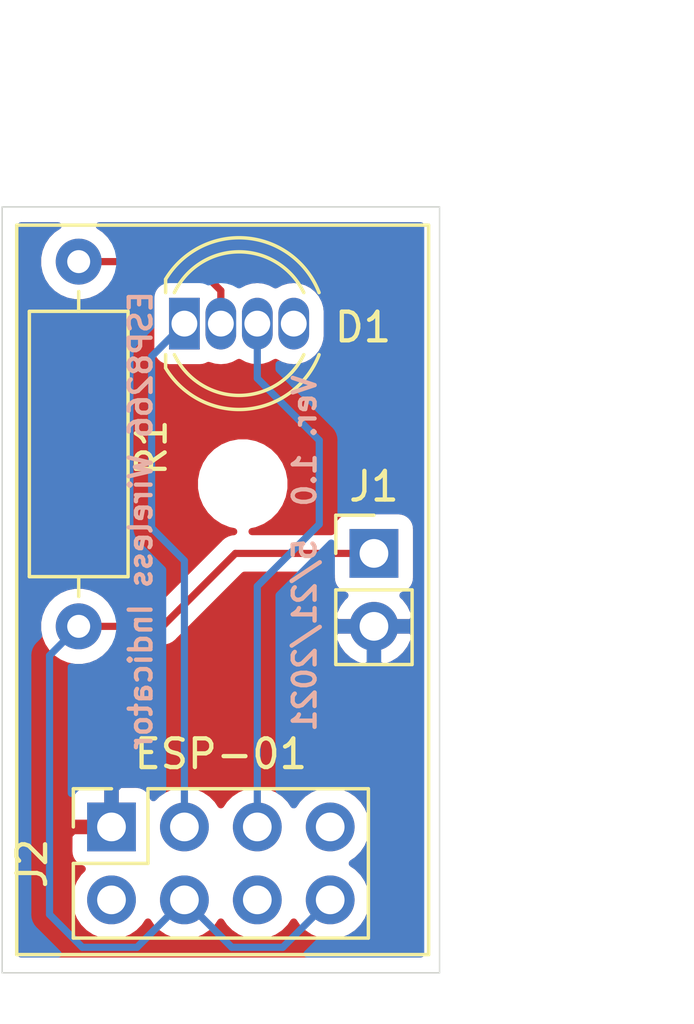
<source format=kicad_pcb>
(kicad_pcb (version 20171130) (host pcbnew "(5.1.6)-1")

  (general
    (thickness 1.6)
    (drawings 13)
    (tracks 26)
    (zones 0)
    (modules 5)
    (nets 10)
  )

  (page A4)
  (layers
    (0 F.Cu signal)
    (31 B.Cu signal)
    (32 B.Adhes user)
    (33 F.Adhes user)
    (34 B.Paste user)
    (35 F.Paste user)
    (36 B.SilkS user)
    (37 F.SilkS user)
    (38 B.Mask user)
    (39 F.Mask user)
    (40 Dwgs.User user)
    (41 Cmts.User user)
    (42 Eco1.User user)
    (43 Eco2.User user)
    (44 Edge.Cuts user)
    (45 Margin user)
    (46 B.CrtYd user)
    (47 F.CrtYd user)
    (48 B.Fab user)
    (49 F.Fab user)
  )

  (setup
    (last_trace_width 0.25)
    (trace_clearance 0.2)
    (zone_clearance 0.508)
    (zone_45_only no)
    (trace_min 0.2)
    (via_size 0.8)
    (via_drill 0.4)
    (via_min_size 0.4)
    (via_min_drill 0.3)
    (uvia_size 0.3)
    (uvia_drill 0.1)
    (uvias_allowed no)
    (uvia_min_size 0.2)
    (uvia_min_drill 0.1)
    (edge_width 0.05)
    (segment_width 0.2)
    (pcb_text_width 0.3)
    (pcb_text_size 1.5 1.5)
    (mod_edge_width 0.12)
    (mod_text_size 1 1)
    (mod_text_width 0.15)
    (pad_size 1.524 1.524)
    (pad_drill 0.762)
    (pad_to_mask_clearance 0.05)
    (aux_axis_origin 0 0)
    (visible_elements 7FFFFFFF)
    (pcbplotparams
      (layerselection 0x010fc_ffffffff)
      (usegerberextensions false)
      (usegerberattributes true)
      (usegerberadvancedattributes true)
      (creategerberjobfile true)
      (excludeedgelayer true)
      (linewidth 0.100000)
      (plotframeref false)
      (viasonmask false)
      (mode 1)
      (useauxorigin false)
      (hpglpennumber 1)
      (hpglpenspeed 20)
      (hpglpendiameter 15.000000)
      (psnegative false)
      (psa4output false)
      (plotreference true)
      (plotvalue true)
      (plotinvisibletext false)
      (padsonsilk false)
      (subtractmaskfromsilk false)
      (outputformat 1)
      (mirror false)
      (drillshape 1)
      (scaleselection 1)
      (outputdirectory ""))
  )

  (net 0 "")
  (net 1 "Net-(D1-Pad1)")
  (net 2 "Net-(D1-Pad2)")
  (net 3 "Net-(D1-Pad3)")
  (net 4 "Net-(D1-Pad4)")
  (net 5 "Net-(J1-Pad1)")
  (net 6 "Net-(J1-Pad2)")
  (net 7 "Net-(J2-Pad2)")
  (net 8 "Net-(J2-Pad6)")
  (net 9 "Net-(J2-Pad7)")

  (net_class Default "This is the default net class."
    (clearance 0.2)
    (trace_width 0.25)
    (via_dia 0.8)
    (via_drill 0.4)
    (uvia_dia 0.3)
    (uvia_drill 0.1)
    (add_net "Net-(D1-Pad1)")
    (add_net "Net-(D1-Pad2)")
    (add_net "Net-(D1-Pad3)")
    (add_net "Net-(D1-Pad4)")
    (add_net "Net-(J1-Pad1)")
    (add_net "Net-(J1-Pad2)")
    (add_net "Net-(J2-Pad2)")
    (add_net "Net-(J2-Pad6)")
    (add_net "Net-(J2-Pad7)")
  )

  (module MountingHole:MountingHole_2.1mm (layer F.Cu) (tedit 5B924765) (tstamp 60A7D740)
    (at 155.702 85.852)
    (descr "Mounting Hole 2.1mm, no annular")
    (tags "mounting hole 2.1mm no annular")
    (attr virtual)
    (fp_text reference REF** (at 0 -3.2) (layer F.SilkS) hide
      (effects (font (size 1 1) (thickness 0.15)))
    )
    (fp_text value MountingHole_2.1mm (at 0 3.2) (layer F.Fab)
      (effects (font (size 1 1) (thickness 0.15)))
    )
    (fp_circle (center 0 0) (end 2.1 0) (layer Cmts.User) (width 0.15))
    (fp_circle (center 0 0) (end 2.35 0) (layer F.CrtYd) (width 0.05))
    (fp_text user %R (at 0.3 0) (layer F.Fab)
      (effects (font (size 1 1) (thickness 0.15)))
    )
    (pad "" np_thru_hole circle (at 0 0) (size 2.1 2.1) (drill 2.1) (layers *.Cu *.Mask))
  )

  (module LED_THT:LED_D5.0mm-4_RGB (layer F.Cu) (tedit 5B74EEBE) (tstamp 6094A956)
    (at 153.67 80.264)
    (descr "LED, diameter 5.0mm, 2 pins, diameter 5.0mm, 3 pins, diameter 5.0mm, 4 pins, http://www.kingbright.com/attachments/file/psearch/000/00/00/L-154A4SUREQBFZGEW(Ver.9A).pdf")
    (tags "LED diameter 5.0mm 2 pins diameter 5.0mm 3 pins diameter 5.0mm 4 pins RGB RGBLED")
    (path /60949874)
    (fp_text reference D1 (at 6.223 0.127) (layer F.SilkS)
      (effects (font (size 1 1) (thickness 0.15)))
    )
    (fp_text value LED_RAGB (at 1.905 3.96) (layer F.Fab)
      (effects (font (size 1 1) (thickness 0.15)))
    )
    (fp_circle (center 1.905 0) (end 4.405 0) (layer F.Fab) (width 0.1))
    (fp_line (start -0.595 -1.469694) (end -0.595 1.469694) (layer F.Fab) (width 0.1))
    (fp_line (start -0.655 -1.545) (end -0.655 -1.08) (layer F.SilkS) (width 0.12))
    (fp_line (start -0.655 1.08) (end -0.655 1.545) (layer F.SilkS) (width 0.12))
    (fp_line (start -1.35 -3.25) (end -1.35 3.25) (layer F.CrtYd) (width 0.05))
    (fp_line (start -1.35 3.25) (end 5.15 3.25) (layer F.CrtYd) (width 0.05))
    (fp_line (start 5.15 3.25) (end 5.15 -3.25) (layer F.CrtYd) (width 0.05))
    (fp_line (start 5.15 -3.25) (end -1.35 -3.25) (layer F.CrtYd) (width 0.05))
    (fp_arc (start 1.905 0) (end -0.595 -1.469694) (angle 299.1) (layer F.Fab) (width 0.1))
    (fp_arc (start 1.905 0) (end -0.655 -1.54483) (angle 127.7) (layer F.SilkS) (width 0.12))
    (fp_arc (start 1.905 0) (end -0.655 1.54483) (angle -127.7) (layer F.SilkS) (width 0.12))
    (fp_arc (start 1.905 0) (end -0.349684 -1.08) (angle 128.8) (layer F.SilkS) (width 0.12))
    (fp_arc (start 1.905 0) (end -0.349684 1.08) (angle -128.8) (layer F.SilkS) (width 0.12))
    (fp_text user %R (at 1.905 -3.96) (layer F.Fab)
      (effects (font (size 1 1) (thickness 0.15)))
    )
    (pad 1 thru_hole rect (at 0 0) (size 1.07 1.8) (drill 0.9) (layers *.Cu *.Mask)
      (net 1 "Net-(D1-Pad1)"))
    (pad 2 thru_hole oval (at 1.27 0) (size 1.07 1.8) (drill 0.9) (layers *.Cu *.Mask)
      (net 2 "Net-(D1-Pad2)"))
    (pad 3 thru_hole oval (at 2.54 0) (size 1.07 1.8) (drill 0.9) (layers *.Cu *.Mask)
      (net 3 "Net-(D1-Pad3)"))
    (pad 4 thru_hole oval (at 3.81 0) (size 1.07 1.8) (drill 0.9) (layers *.Cu *.Mask)
      (net 4 "Net-(D1-Pad4)"))
    (model ${KISYS3DMOD}/LED_THT.3dshapes/LED_D5.0mm-4_RGB.wrl
      (at (xyz 0 0 0))
      (scale (xyz 1 1 1))
      (rotate (xyz 0 0 0))
    )
  )

  (module Connector_PinHeader_2.54mm:PinHeader_1x02_P2.54mm_Vertical (layer F.Cu) (tedit 59FED5CC) (tstamp 6094A96C)
    (at 160.274 88.265)
    (descr "Through hole straight pin header, 1x02, 2.54mm pitch, single row")
    (tags "Through hole pin header THT 1x02 2.54mm single row")
    (path /60944A11)
    (fp_text reference J1 (at 0 -2.33) (layer F.SilkS)
      (effects (font (size 1 1) (thickness 0.15)))
    )
    (fp_text value "PWR IN" (at 0 4.87) (layer F.Fab)
      (effects (font (size 1 1) (thickness 0.15)))
    )
    (fp_line (start -0.635 -1.27) (end 1.27 -1.27) (layer F.Fab) (width 0.1))
    (fp_line (start 1.27 -1.27) (end 1.27 3.81) (layer F.Fab) (width 0.1))
    (fp_line (start 1.27 3.81) (end -1.27 3.81) (layer F.Fab) (width 0.1))
    (fp_line (start -1.27 3.81) (end -1.27 -0.635) (layer F.Fab) (width 0.1))
    (fp_line (start -1.27 -0.635) (end -0.635 -1.27) (layer F.Fab) (width 0.1))
    (fp_line (start -1.33 3.87) (end 1.33 3.87) (layer F.SilkS) (width 0.12))
    (fp_line (start -1.33 1.27) (end -1.33 3.87) (layer F.SilkS) (width 0.12))
    (fp_line (start 1.33 1.27) (end 1.33 3.87) (layer F.SilkS) (width 0.12))
    (fp_line (start -1.33 1.27) (end 1.33 1.27) (layer F.SilkS) (width 0.12))
    (fp_line (start -1.33 0) (end -1.33 -1.33) (layer F.SilkS) (width 0.12))
    (fp_line (start -1.33 -1.33) (end 0 -1.33) (layer F.SilkS) (width 0.12))
    (fp_line (start -1.8 -1.8) (end -1.8 4.35) (layer F.CrtYd) (width 0.05))
    (fp_line (start -1.8 4.35) (end 1.8 4.35) (layer F.CrtYd) (width 0.05))
    (fp_line (start 1.8 4.35) (end 1.8 -1.8) (layer F.CrtYd) (width 0.05))
    (fp_line (start 1.8 -1.8) (end -1.8 -1.8) (layer F.CrtYd) (width 0.05))
    (fp_text user %R (at 0 1.27 90) (layer F.Fab)
      (effects (font (size 1 1) (thickness 0.15)))
    )
    (pad 1 thru_hole rect (at 0 0) (size 1.7 1.7) (drill 1) (layers *.Cu *.Mask)
      (net 5 "Net-(J1-Pad1)"))
    (pad 2 thru_hole oval (at 0 2.54) (size 1.7 1.7) (drill 1) (layers *.Cu *.Mask)
      (net 6 "Net-(J1-Pad2)"))
    (model ${KISYS3DMOD}/Connector_PinHeader_2.54mm.3dshapes/PinHeader_1x02_P2.54mm_Vertical.wrl
      (at (xyz 0 0 0))
      (scale (xyz 1 1 1))
      (rotate (xyz 0 0 0))
    )
  )

  (module Resistor_THT:R_Axial_DIN0309_L9.0mm_D3.2mm_P12.70mm_Horizontal (layer F.Cu) (tedit 5AE5139B) (tstamp 609459A6)
    (at 149.987 90.805 90)
    (descr "Resistor, Axial_DIN0309 series, Axial, Horizontal, pin pitch=12.7mm, 0.5W = 1/2W, length*diameter=9*3.2mm^2, http://cdn-reichelt.de/documents/datenblatt/B400/1_4W%23YAG.pdf")
    (tags "Resistor Axial_DIN0309 series Axial Horizontal pin pitch 12.7mm 0.5W = 1/2W length 9mm diameter 3.2mm")
    (path /60945D67)
    (fp_text reference R1 (at 6.223 2.54 90) (layer F.SilkS)
      (effects (font (size 1 1) (thickness 0.15)))
    )
    (fp_text value 220 (at 7.874 0 90) (layer F.Fab)
      (effects (font (size 1 1) (thickness 0.15)))
    )
    (fp_line (start 1.85 -1.6) (end 1.85 1.6) (layer F.Fab) (width 0.1))
    (fp_line (start 1.85 1.6) (end 10.85 1.6) (layer F.Fab) (width 0.1))
    (fp_line (start 10.85 1.6) (end 10.85 -1.6) (layer F.Fab) (width 0.1))
    (fp_line (start 10.85 -1.6) (end 1.85 -1.6) (layer F.Fab) (width 0.1))
    (fp_line (start 0 0) (end 1.85 0) (layer F.Fab) (width 0.1))
    (fp_line (start 12.7 0) (end 10.85 0) (layer F.Fab) (width 0.1))
    (fp_line (start 1.73 -1.72) (end 1.73 1.72) (layer F.SilkS) (width 0.12))
    (fp_line (start 1.73 1.72) (end 10.97 1.72) (layer F.SilkS) (width 0.12))
    (fp_line (start 10.97 1.72) (end 10.97 -1.72) (layer F.SilkS) (width 0.12))
    (fp_line (start 10.97 -1.72) (end 1.73 -1.72) (layer F.SilkS) (width 0.12))
    (fp_line (start 1.04 0) (end 1.73 0) (layer F.SilkS) (width 0.12))
    (fp_line (start 11.66 0) (end 10.97 0) (layer F.SilkS) (width 0.12))
    (fp_line (start -1.05 -1.85) (end -1.05 1.85) (layer F.CrtYd) (width 0.05))
    (fp_line (start -1.05 1.85) (end 13.75 1.85) (layer F.CrtYd) (width 0.05))
    (fp_line (start 13.75 1.85) (end 13.75 -1.85) (layer F.CrtYd) (width 0.05))
    (fp_line (start 13.75 -1.85) (end -1.05 -1.85) (layer F.CrtYd) (width 0.05))
    (fp_text user %R (at 4.064 0 90) (layer F.Fab)
      (effects (font (size 1 1) (thickness 0.15)))
    )
    (pad 1 thru_hole circle (at 0 0 90) (size 1.6 1.6) (drill 0.8) (layers *.Cu *.Mask)
      (net 5 "Net-(J1-Pad1)"))
    (pad 2 thru_hole oval (at 12.7 0 90) (size 1.6 1.6) (drill 0.8) (layers *.Cu *.Mask)
      (net 2 "Net-(D1-Pad2)"))
    (model ${KISYS3DMOD}/Resistor_THT.3dshapes/R_Axial_DIN0309_L9.0mm_D3.2mm_P12.70mm_Horizontal.wrl
      (at (xyz 0 0 0))
      (scale (xyz 1 1 1))
      (rotate (xyz 0 0 0))
    )
  )

  (module Connector_PinSocket_2.54mm:PinSocket_2x04_P2.54mm_Vertical (layer F.Cu) (tedit 5A19A422) (tstamp 60945737)
    (at 151.13 97.79 90)
    (descr "Through hole straight socket strip, 2x04, 2.54mm pitch, double cols (from Kicad 4.0.7), script generated")
    (tags "Through hole socket strip THT 2x04 2.54mm double row")
    (path /60943B97)
    (fp_text reference J2 (at -1.27 -2.77 90) (layer F.SilkS)
      (effects (font (size 1 1) (thickness 0.15)))
    )
    (fp_text value "ESP-01 Conn." (at -1.27 10.39 90) (layer F.Fab)
      (effects (font (size 1 1) (thickness 0.15)))
    )
    (fp_line (start -4.34 9.4) (end -4.34 -1.8) (layer F.CrtYd) (width 0.05))
    (fp_line (start 1.76 9.4) (end -4.34 9.4) (layer F.CrtYd) (width 0.05))
    (fp_line (start 1.76 -1.8) (end 1.76 9.4) (layer F.CrtYd) (width 0.05))
    (fp_line (start -4.34 -1.8) (end 1.76 -1.8) (layer F.CrtYd) (width 0.05))
    (fp_line (start 0 -1.33) (end 1.33 -1.33) (layer F.SilkS) (width 0.12))
    (fp_line (start 1.33 -1.33) (end 1.33 0) (layer F.SilkS) (width 0.12))
    (fp_line (start -1.27 -1.33) (end -1.27 1.27) (layer F.SilkS) (width 0.12))
    (fp_line (start -1.27 1.27) (end 1.33 1.27) (layer F.SilkS) (width 0.12))
    (fp_line (start 1.33 1.27) (end 1.33 8.95) (layer F.SilkS) (width 0.12))
    (fp_line (start -3.87 8.95) (end 1.33 8.95) (layer F.SilkS) (width 0.12))
    (fp_line (start -3.87 -1.33) (end -3.87 8.95) (layer F.SilkS) (width 0.12))
    (fp_line (start -3.87 -1.33) (end -1.27 -1.33) (layer F.SilkS) (width 0.12))
    (fp_line (start -3.81 8.89) (end -3.81 -1.27) (layer F.Fab) (width 0.1))
    (fp_line (start 1.27 8.89) (end -3.81 8.89) (layer F.Fab) (width 0.1))
    (fp_line (start 1.27 -0.27) (end 1.27 8.89) (layer F.Fab) (width 0.1))
    (fp_line (start 0.27 -1.27) (end 1.27 -0.27) (layer F.Fab) (width 0.1))
    (fp_line (start -3.81 -1.27) (end 0.27 -1.27) (layer F.Fab) (width 0.1))
    (fp_text user %R (at -1.27 3.81) (layer F.Fab)
      (effects (font (size 1 1) (thickness 0.15)))
    )
    (pad 1 thru_hole rect (at 0 0 90) (size 1.7 1.7) (drill 1) (layers *.Cu *.Mask)
      (net 6 "Net-(J1-Pad2)"))
    (pad 2 thru_hole oval (at -2.54 0 90) (size 1.7 1.7) (drill 1) (layers *.Cu *.Mask)
      (net 7 "Net-(J2-Pad2)"))
    (pad 3 thru_hole oval (at 0 2.54 90) (size 1.7 1.7) (drill 1) (layers *.Cu *.Mask)
      (net 1 "Net-(D1-Pad1)"))
    (pad 4 thru_hole oval (at -2.54 2.54 90) (size 1.7 1.7) (drill 1) (layers *.Cu *.Mask)
      (net 5 "Net-(J1-Pad1)"))
    (pad 5 thru_hole oval (at 0 5.08 90) (size 1.7 1.7) (drill 1) (layers *.Cu *.Mask)
      (net 3 "Net-(D1-Pad3)"))
    (pad 6 thru_hole oval (at -2.54 5.08 90) (size 1.7 1.7) (drill 1) (layers *.Cu *.Mask)
      (net 8 "Net-(J2-Pad6)"))
    (pad 7 thru_hole oval (at 0 7.62 90) (size 1.7 1.7) (drill 1) (layers *.Cu *.Mask)
      (net 9 "Net-(J2-Pad7)"))
    (pad 8 thru_hole oval (at -2.54 7.62 90) (size 1.7 1.7) (drill 1) (layers *.Cu *.Mask)
      (net 5 "Net-(J1-Pad1)"))
    (model ${KISYS3DMOD}/Connector_PinSocket_2.54mm.3dshapes/PinSocket_2x04_P2.54mm_Vertical.wrl
      (at (xyz 0 0 0))
      (scale (xyz 1 1 1))
      (rotate (xyz 0 0 0))
    )
  )

  (gr_text "Ver. 1.0  5/21/2021" (at 157.861 88.265 90) (layer B.SilkS)
    (effects (font (size 0.762 0.762) (thickness 0.15)) (justify mirror))
  )
  (gr_text "ESP8266 Wireless Indicator" (at 152.146 87.122 90) (layer B.SilkS)
    (effects (font (size 0.762 0.762) (thickness 0.15)) (justify mirror))
  )
  (dimension 15.24 (width 0.15) (layer Dwgs.User)
    (gr_text "0.6000 in" (at 154.94 69.693) (layer Dwgs.User)
      (effects (font (size 1 1) (thickness 0.15)))
    )
    (feature1 (pts (xy 162.56 73.66) (xy 162.56 70.406579)))
    (feature2 (pts (xy 147.32 73.66) (xy 147.32 70.406579)))
    (crossbar (pts (xy 147.32 70.993) (xy 162.56 70.993)))
    (arrow1a (pts (xy 162.56 70.993) (xy 161.433496 71.579421)))
    (arrow1b (pts (xy 162.56 70.993) (xy 161.433496 70.406579)))
    (arrow2a (pts (xy 147.32 70.993) (xy 148.446504 71.579421)))
    (arrow2b (pts (xy 147.32 70.993) (xy 148.446504 70.406579)))
  )
  (dimension 26.67 (width 0.15) (layer Dwgs.User)
    (gr_text "1.0500 in" (at 170.083 89.535 270) (layer Dwgs.User)
      (effects (font (size 1 1) (thickness 0.15)))
    )
    (feature1 (pts (xy 165.1 102.87) (xy 169.369421 102.87)))
    (feature2 (pts (xy 165.1 76.2) (xy 169.369421 76.2)))
    (crossbar (pts (xy 168.783 76.2) (xy 168.783 102.87)))
    (arrow1a (pts (xy 168.783 102.87) (xy 168.196579 101.743496)))
    (arrow1b (pts (xy 168.783 102.87) (xy 169.369421 101.743496)))
    (arrow2a (pts (xy 168.783 76.2) (xy 168.196579 77.326504)))
    (arrow2b (pts (xy 168.783 76.2) (xy 169.369421 77.326504)))
  )
  (gr_text ESP-01 (at 154.94 95.25) (layer F.SilkS)
    (effects (font (size 1 1) (thickness 0.15)))
  )
  (gr_line (start 147.32 76.2) (end 162.56 76.2) (layer Edge.Cuts) (width 0.05) (tstamp 60945A60))
  (gr_line (start 147.32 102.87) (end 147.32 76.2) (layer Edge.Cuts) (width 0.05))
  (gr_line (start 162.56 102.87) (end 147.32 102.87) (layer Edge.Cuts) (width 0.05))
  (gr_line (start 162.56 76.2) (end 162.56 102.87) (layer Edge.Cuts) (width 0.05))
  (gr_line (start 162.179 102.235) (end 147.828 102.235) (layer F.SilkS) (width 0.12) (tstamp 6094ACF7))
  (gr_line (start 162.179 76.835) (end 162.179 102.235) (layer F.SilkS) (width 0.12) (tstamp 6094ACF1))
  (gr_line (start 147.828 76.835) (end 162.179 76.835) (layer F.SilkS) (width 0.12) (tstamp 6094ACEE))
  (gr_line (start 147.828 102.235) (end 147.828 76.835) (layer F.SilkS) (width 0.12) (tstamp 6094ACF4))

  (segment (start 153.67 97.79) (end 153.67 88.519) (width 0.25) (layer B.Cu) (net 1))
  (segment (start 153.67 88.519) (end 152.527 87.376) (width 0.25) (layer B.Cu) (net 1))
  (segment (start 152.527 81.407) (end 153.67 80.264) (width 0.25) (layer B.Cu) (net 1))
  (segment (start 152.527 87.376) (end 152.527 81.407) (width 0.25) (layer B.Cu) (net 1))
  (segment (start 154.94 79.114) (end 154.94 80.264) (width 0.25) (layer F.Cu) (net 2))
  (segment (start 153.931 78.105) (end 154.94 79.114) (width 0.25) (layer F.Cu) (net 2))
  (segment (start 149.987 78.105) (end 153.931 78.105) (width 0.25) (layer F.Cu) (net 2))
  (segment (start 156.21 80.264) (end 156.21 82.169) (width 0.25) (layer B.Cu) (net 3))
  (segment (start 156.21 82.169) (end 158.369 84.328) (width 0.25) (layer B.Cu) (net 3))
  (segment (start 158.369 84.328) (end 158.369 87.249) (width 0.25) (layer B.Cu) (net 3))
  (segment (start 156.21 89.408) (end 156.21 97.79) (width 0.25) (layer B.Cu) (net 3))
  (segment (start 158.369 87.249) (end 156.21 89.408) (width 0.25) (layer B.Cu) (net 3))
  (segment (start 160.274 88.265) (end 155.448 88.265) (width 0.25) (layer F.Cu) (net 5))
  (segment (start 152.908 90.805) (end 149.987 90.805) (width 0.25) (layer F.Cu) (net 5))
  (segment (start 155.448 88.265) (end 152.908 90.805) (width 0.25) (layer F.Cu) (net 5))
  (segment (start 158.75 100.33) (end 157.099 101.981) (width 0.25) (layer B.Cu) (net 5))
  (segment (start 155.321 101.981) (end 153.67 100.33) (width 0.25) (layer B.Cu) (net 5))
  (segment (start 157.099 101.981) (end 155.321 101.981) (width 0.25) (layer B.Cu) (net 5))
  (segment (start 153.67 100.33) (end 152.019 101.981) (width 0.25) (layer B.Cu) (net 5))
  (segment (start 152.019 101.981) (end 150.114 101.981) (width 0.25) (layer B.Cu) (net 5))
  (segment (start 150.114 101.981) (end 148.971 100.838) (width 0.25) (layer B.Cu) (net 5))
  (segment (start 148.971 91.821) (end 149.987 90.805) (width 0.25) (layer B.Cu) (net 5))
  (segment (start 148.971 100.838) (end 148.971 91.821) (width 0.25) (layer B.Cu) (net 5))
  (segment (start 151.13 97.79) (end 151.13 95.25) (width 0.25) (layer F.Cu) (net 6))
  (segment (start 155.575 90.805) (end 160.274 90.805) (width 0.25) (layer F.Cu) (net 6))
  (segment (start 151.13 95.25) (end 155.575 90.805) (width 0.25) (layer F.Cu) (net 6))

  (zone (net 6) (net_name "Net-(J1-Pad2)") (layer F.Cu) (tstamp 60945B44) (hatch edge 0.508)
    (connect_pads (clearance 0.508))
    (min_thickness 0.254)
    (fill yes (arc_segments 32) (thermal_gap 0.508) (thermal_bridge_width 0.508))
    (polygon
      (pts
        (xy 162.433 102.87) (xy 147.32 102.87) (xy 147.32 76.2) (xy 162.56 76.2)
      )
    )
    (filled_polygon
      (pts
        (xy 149.072241 76.990363) (xy 148.872363 77.190241) (xy 148.71532 77.425273) (xy 148.607147 77.686426) (xy 148.552 77.963665)
        (xy 148.552 78.246335) (xy 148.607147 78.523574) (xy 148.71532 78.784727) (xy 148.872363 79.019759) (xy 149.072241 79.219637)
        (xy 149.307273 79.37668) (xy 149.568426 79.484853) (xy 149.845665 79.54) (xy 150.128335 79.54) (xy 150.405574 79.484853)
        (xy 150.666727 79.37668) (xy 150.901759 79.219637) (xy 151.101637 79.019759) (xy 151.205043 78.865) (xy 152.742078 78.865)
        (xy 152.683815 78.912815) (xy 152.604463 79.009506) (xy 152.545498 79.11982) (xy 152.509188 79.239518) (xy 152.496928 79.364)
        (xy 152.496928 81.164) (xy 152.509188 81.288482) (xy 152.545498 81.40818) (xy 152.604463 81.518494) (xy 152.683815 81.615185)
        (xy 152.780506 81.694537) (xy 152.89082 81.753502) (xy 153.010518 81.789812) (xy 153.135 81.802072) (xy 154.205 81.802072)
        (xy 154.329482 81.789812) (xy 154.44918 81.753502) (xy 154.509744 81.721129) (xy 154.710641 81.782071) (xy 154.94 81.804661)
        (xy 155.16936 81.782071) (xy 155.389906 81.715169) (xy 155.575001 81.616234) (xy 155.760095 81.715169) (xy 155.980641 81.782071)
        (xy 156.21 81.804661) (xy 156.43936 81.782071) (xy 156.659906 81.715169) (xy 156.845001 81.616234) (xy 157.030095 81.715169)
        (xy 157.250641 81.782071) (xy 157.48 81.804661) (xy 157.70936 81.782071) (xy 157.929906 81.715169) (xy 158.133162 81.606526)
        (xy 158.311318 81.460318) (xy 158.457526 81.282162) (xy 158.566169 81.078906) (xy 158.633071 80.858359) (xy 158.65 80.686476)
        (xy 158.65 79.841523) (xy 158.633071 79.66964) (xy 158.566169 79.449094) (xy 158.457526 79.245838) (xy 158.311318 79.067682)
        (xy 158.133161 78.921474) (xy 157.929905 78.812831) (xy 157.709359 78.745929) (xy 157.48 78.723339) (xy 157.25064 78.745929)
        (xy 157.030094 78.812831) (xy 156.845 78.911766) (xy 156.659905 78.812831) (xy 156.439359 78.745929) (xy 156.21 78.723339)
        (xy 155.98064 78.745929) (xy 155.760094 78.812831) (xy 155.659199 78.866761) (xy 155.645546 78.821753) (xy 155.574974 78.689724)
        (xy 155.538271 78.645001) (xy 155.503799 78.602996) (xy 155.503795 78.602992) (xy 155.480001 78.573999) (xy 155.451009 78.550206)
        (xy 154.494803 77.594002) (xy 154.471001 77.564999) (xy 154.355276 77.470026) (xy 154.223247 77.399454) (xy 154.079986 77.355997)
        (xy 153.968333 77.345) (xy 153.968322 77.345) (xy 153.931 77.341324) (xy 153.893678 77.345) (xy 151.205043 77.345)
        (xy 151.101637 77.190241) (xy 150.901759 76.990363) (xy 150.706657 76.86) (xy 161.9 76.86) (xy 161.900001 102.21)
        (xy 147.98 102.21) (xy 147.98 98.64) (xy 149.641928 98.64) (xy 149.654188 98.764482) (xy 149.690498 98.88418)
        (xy 149.749463 98.994494) (xy 149.828815 99.091185) (xy 149.925506 99.170537) (xy 150.03582 99.229502) (xy 150.10838 99.251513)
        (xy 149.976525 99.383368) (xy 149.81401 99.626589) (xy 149.702068 99.896842) (xy 149.645 100.18374) (xy 149.645 100.47626)
        (xy 149.702068 100.763158) (xy 149.81401 101.033411) (xy 149.976525 101.276632) (xy 150.183368 101.483475) (xy 150.426589 101.64599)
        (xy 150.696842 101.757932) (xy 150.98374 101.815) (xy 151.27626 101.815) (xy 151.563158 101.757932) (xy 151.833411 101.64599)
        (xy 152.076632 101.483475) (xy 152.283475 101.276632) (xy 152.4 101.10224) (xy 152.516525 101.276632) (xy 152.723368 101.483475)
        (xy 152.966589 101.64599) (xy 153.236842 101.757932) (xy 153.52374 101.815) (xy 153.81626 101.815) (xy 154.103158 101.757932)
        (xy 154.373411 101.64599) (xy 154.616632 101.483475) (xy 154.823475 101.276632) (xy 154.94 101.10224) (xy 155.056525 101.276632)
        (xy 155.263368 101.483475) (xy 155.506589 101.64599) (xy 155.776842 101.757932) (xy 156.06374 101.815) (xy 156.35626 101.815)
        (xy 156.643158 101.757932) (xy 156.913411 101.64599) (xy 157.156632 101.483475) (xy 157.363475 101.276632) (xy 157.48 101.10224)
        (xy 157.596525 101.276632) (xy 157.803368 101.483475) (xy 158.046589 101.64599) (xy 158.316842 101.757932) (xy 158.60374 101.815)
        (xy 158.89626 101.815) (xy 159.183158 101.757932) (xy 159.453411 101.64599) (xy 159.696632 101.483475) (xy 159.903475 101.276632)
        (xy 160.06599 101.033411) (xy 160.177932 100.763158) (xy 160.235 100.47626) (xy 160.235 100.18374) (xy 160.177932 99.896842)
        (xy 160.06599 99.626589) (xy 159.903475 99.383368) (xy 159.696632 99.176525) (xy 159.52224 99.06) (xy 159.696632 98.943475)
        (xy 159.903475 98.736632) (xy 160.06599 98.493411) (xy 160.177932 98.223158) (xy 160.235 97.93626) (xy 160.235 97.64374)
        (xy 160.177932 97.356842) (xy 160.06599 97.086589) (xy 159.903475 96.843368) (xy 159.696632 96.636525) (xy 159.453411 96.47401)
        (xy 159.183158 96.362068) (xy 158.89626 96.305) (xy 158.60374 96.305) (xy 158.316842 96.362068) (xy 158.046589 96.47401)
        (xy 157.803368 96.636525) (xy 157.596525 96.843368) (xy 157.48 97.01776) (xy 157.363475 96.843368) (xy 157.156632 96.636525)
        (xy 156.913411 96.47401) (xy 156.643158 96.362068) (xy 156.35626 96.305) (xy 156.06374 96.305) (xy 155.776842 96.362068)
        (xy 155.506589 96.47401) (xy 155.263368 96.636525) (xy 155.056525 96.843368) (xy 154.94 97.01776) (xy 154.823475 96.843368)
        (xy 154.616632 96.636525) (xy 154.373411 96.47401) (xy 154.103158 96.362068) (xy 153.81626 96.305) (xy 153.52374 96.305)
        (xy 153.236842 96.362068) (xy 152.966589 96.47401) (xy 152.723368 96.636525) (xy 152.591513 96.76838) (xy 152.569502 96.69582)
        (xy 152.510537 96.585506) (xy 152.431185 96.488815) (xy 152.334494 96.409463) (xy 152.22418 96.350498) (xy 152.104482 96.314188)
        (xy 151.98 96.301928) (xy 151.41575 96.305) (xy 151.257 96.46375) (xy 151.257 97.663) (xy 151.277 97.663)
        (xy 151.277 97.917) (xy 151.257 97.917) (xy 151.257 97.937) (xy 151.003 97.937) (xy 151.003 97.917)
        (xy 149.80375 97.917) (xy 149.645 98.07575) (xy 149.641928 98.64) (xy 147.98 98.64) (xy 147.98 96.94)
        (xy 149.641928 96.94) (xy 149.645 97.50425) (xy 149.80375 97.663) (xy 151.003 97.663) (xy 151.003 96.46375)
        (xy 150.84425 96.305) (xy 150.28 96.301928) (xy 150.155518 96.314188) (xy 150.03582 96.350498) (xy 149.925506 96.409463)
        (xy 149.828815 96.488815) (xy 149.749463 96.585506) (xy 149.690498 96.69582) (xy 149.654188 96.815518) (xy 149.641928 96.94)
        (xy 147.98 96.94) (xy 147.98 90.663665) (xy 148.552 90.663665) (xy 148.552 90.946335) (xy 148.607147 91.223574)
        (xy 148.71532 91.484727) (xy 148.872363 91.719759) (xy 149.072241 91.919637) (xy 149.307273 92.07668) (xy 149.568426 92.184853)
        (xy 149.845665 92.24) (xy 150.128335 92.24) (xy 150.405574 92.184853) (xy 150.666727 92.07668) (xy 150.901759 91.919637)
        (xy 151.101637 91.719759) (xy 151.205043 91.565) (xy 152.870678 91.565) (xy 152.908 91.568676) (xy 152.945322 91.565)
        (xy 152.945333 91.565) (xy 153.056986 91.554003) (xy 153.200247 91.510546) (xy 153.332276 91.439974) (xy 153.448001 91.345001)
        (xy 153.471804 91.315997) (xy 153.625911 91.16189) (xy 158.832524 91.16189) (xy 158.877175 91.309099) (xy 159.002359 91.57192)
        (xy 159.176412 91.805269) (xy 159.392645 92.000178) (xy 159.642748 92.149157) (xy 159.917109 92.246481) (xy 160.147 92.125814)
        (xy 160.147 90.932) (xy 160.401 90.932) (xy 160.401 92.125814) (xy 160.630891 92.246481) (xy 160.905252 92.149157)
        (xy 161.155355 92.000178) (xy 161.371588 91.805269) (xy 161.545641 91.57192) (xy 161.670825 91.309099) (xy 161.715476 91.16189)
        (xy 161.594155 90.932) (xy 160.401 90.932) (xy 160.147 90.932) (xy 158.953845 90.932) (xy 158.832524 91.16189)
        (xy 153.625911 91.16189) (xy 155.762803 89.025) (xy 158.785928 89.025) (xy 158.785928 89.115) (xy 158.798188 89.239482)
        (xy 158.834498 89.35918) (xy 158.893463 89.469494) (xy 158.972815 89.566185) (xy 159.069506 89.645537) (xy 159.17982 89.704502)
        (xy 159.260466 89.728966) (xy 159.176412 89.804731) (xy 159.002359 90.03808) (xy 158.877175 90.300901) (xy 158.832524 90.44811)
        (xy 158.953845 90.678) (xy 160.147 90.678) (xy 160.147 90.658) (xy 160.401 90.658) (xy 160.401 90.678)
        (xy 161.594155 90.678) (xy 161.715476 90.44811) (xy 161.670825 90.300901) (xy 161.545641 90.03808) (xy 161.371588 89.804731)
        (xy 161.287534 89.728966) (xy 161.36818 89.704502) (xy 161.478494 89.645537) (xy 161.575185 89.566185) (xy 161.654537 89.469494)
        (xy 161.713502 89.35918) (xy 161.749812 89.239482) (xy 161.762072 89.115) (xy 161.762072 87.415) (xy 161.749812 87.290518)
        (xy 161.713502 87.17082) (xy 161.654537 87.060506) (xy 161.575185 86.963815) (xy 161.478494 86.884463) (xy 161.36818 86.825498)
        (xy 161.248482 86.789188) (xy 161.124 86.776928) (xy 159.424 86.776928) (xy 159.299518 86.789188) (xy 159.17982 86.825498)
        (xy 159.069506 86.884463) (xy 158.972815 86.963815) (xy 158.893463 87.060506) (xy 158.834498 87.17082) (xy 158.798188 87.290518)
        (xy 158.785928 87.415) (xy 158.785928 87.505) (xy 156.028832 87.505) (xy 156.193496 87.472246) (xy 156.500147 87.345228)
        (xy 156.776125 87.160825) (xy 157.010825 86.926125) (xy 157.195228 86.650147) (xy 157.322246 86.343496) (xy 157.387 86.017958)
        (xy 157.387 85.686042) (xy 157.322246 85.360504) (xy 157.195228 85.053853) (xy 157.010825 84.777875) (xy 156.776125 84.543175)
        (xy 156.500147 84.358772) (xy 156.193496 84.231754) (xy 155.867958 84.167) (xy 155.536042 84.167) (xy 155.210504 84.231754)
        (xy 154.903853 84.358772) (xy 154.627875 84.543175) (xy 154.393175 84.777875) (xy 154.208772 85.053853) (xy 154.081754 85.360504)
        (xy 154.017 85.686042) (xy 154.017 86.017958) (xy 154.081754 86.343496) (xy 154.208772 86.650147) (xy 154.393175 86.926125)
        (xy 154.627875 87.160825) (xy 154.903853 87.345228) (xy 155.210504 87.472246) (xy 155.386924 87.507338) (xy 155.299014 87.515997)
        (xy 155.155753 87.559454) (xy 155.023724 87.630026) (xy 155.023722 87.630027) (xy 155.023723 87.630027) (xy 154.936996 87.701201)
        (xy 154.936992 87.701205) (xy 154.907999 87.724999) (xy 154.884205 87.753992) (xy 152.593199 90.045) (xy 151.205043 90.045)
        (xy 151.101637 89.890241) (xy 150.901759 89.690363) (xy 150.666727 89.53332) (xy 150.405574 89.425147) (xy 150.128335 89.37)
        (xy 149.845665 89.37) (xy 149.568426 89.425147) (xy 149.307273 89.53332) (xy 149.072241 89.690363) (xy 148.872363 89.890241)
        (xy 148.71532 90.125273) (xy 148.607147 90.386426) (xy 148.552 90.663665) (xy 147.98 90.663665) (xy 147.98 76.86)
        (xy 149.267343 76.86)
      )
    )
  )
  (zone (net 6) (net_name "Net-(J1-Pad2)") (layer B.Cu) (tstamp 60945B41) (hatch edge 0.508)
    (connect_pads (clearance 0.508))
    (min_thickness 0.254)
    (fill yes (arc_segments 32) (thermal_gap 0.508) (thermal_bridge_width 0.508))
    (polygon
      (pts
        (xy 162.56 102.87) (xy 147.32 102.87) (xy 147.32 76.2) (xy 162.56 76.2)
      )
    )
    (filled_polygon
      (pts
        (xy 149.072241 76.990363) (xy 148.872363 77.190241) (xy 148.71532 77.425273) (xy 148.607147 77.686426) (xy 148.552 77.963665)
        (xy 148.552 78.246335) (xy 148.607147 78.523574) (xy 148.71532 78.784727) (xy 148.872363 79.019759) (xy 149.072241 79.219637)
        (xy 149.307273 79.37668) (xy 149.568426 79.484853) (xy 149.845665 79.54) (xy 150.128335 79.54) (xy 150.405574 79.484853)
        (xy 150.666727 79.37668) (xy 150.901759 79.219637) (xy 151.101637 79.019759) (xy 151.25868 78.784727) (xy 151.366853 78.523574)
        (xy 151.422 78.246335) (xy 151.422 77.963665) (xy 151.366853 77.686426) (xy 151.25868 77.425273) (xy 151.101637 77.190241)
        (xy 150.901759 76.990363) (xy 150.706657 76.86) (xy 161.9 76.86) (xy 161.900001 102.21) (xy 157.944801 102.21)
        (xy 158.383592 101.771209) (xy 158.60374 101.815) (xy 158.89626 101.815) (xy 159.183158 101.757932) (xy 159.453411 101.64599)
        (xy 159.696632 101.483475) (xy 159.903475 101.276632) (xy 160.06599 101.033411) (xy 160.177932 100.763158) (xy 160.235 100.47626)
        (xy 160.235 100.18374) (xy 160.177932 99.896842) (xy 160.06599 99.626589) (xy 159.903475 99.383368) (xy 159.696632 99.176525)
        (xy 159.52224 99.06) (xy 159.696632 98.943475) (xy 159.903475 98.736632) (xy 160.06599 98.493411) (xy 160.177932 98.223158)
        (xy 160.235 97.93626) (xy 160.235 97.64374) (xy 160.177932 97.356842) (xy 160.06599 97.086589) (xy 159.903475 96.843368)
        (xy 159.696632 96.636525) (xy 159.453411 96.47401) (xy 159.183158 96.362068) (xy 158.89626 96.305) (xy 158.60374 96.305)
        (xy 158.316842 96.362068) (xy 158.046589 96.47401) (xy 157.803368 96.636525) (xy 157.596525 96.843368) (xy 157.48 97.01776)
        (xy 157.363475 96.843368) (xy 157.156632 96.636525) (xy 156.97 96.511822) (xy 156.97 91.16189) (xy 158.832524 91.16189)
        (xy 158.877175 91.309099) (xy 159.002359 91.57192) (xy 159.176412 91.805269) (xy 159.392645 92.000178) (xy 159.642748 92.149157)
        (xy 159.917109 92.246481) (xy 160.147 92.125814) (xy 160.147 90.932) (xy 160.401 90.932) (xy 160.401 92.125814)
        (xy 160.630891 92.246481) (xy 160.905252 92.149157) (xy 161.155355 92.000178) (xy 161.371588 91.805269) (xy 161.545641 91.57192)
        (xy 161.670825 91.309099) (xy 161.715476 91.16189) (xy 161.594155 90.932) (xy 160.401 90.932) (xy 160.147 90.932)
        (xy 158.953845 90.932) (xy 158.832524 91.16189) (xy 156.97 91.16189) (xy 156.97 89.722801) (xy 158.785928 87.906874)
        (xy 158.785928 89.115) (xy 158.798188 89.239482) (xy 158.834498 89.35918) (xy 158.893463 89.469494) (xy 158.972815 89.566185)
        (xy 159.069506 89.645537) (xy 159.17982 89.704502) (xy 159.260466 89.728966) (xy 159.176412 89.804731) (xy 159.002359 90.03808)
        (xy 158.877175 90.300901) (xy 158.832524 90.44811) (xy 158.953845 90.678) (xy 160.147 90.678) (xy 160.147 90.658)
        (xy 160.401 90.658) (xy 160.401 90.678) (xy 161.594155 90.678) (xy 161.715476 90.44811) (xy 161.670825 90.300901)
        (xy 161.545641 90.03808) (xy 161.371588 89.804731) (xy 161.287534 89.728966) (xy 161.36818 89.704502) (xy 161.478494 89.645537)
        (xy 161.575185 89.566185) (xy 161.654537 89.469494) (xy 161.713502 89.35918) (xy 161.749812 89.239482) (xy 161.762072 89.115)
        (xy 161.762072 87.415) (xy 161.749812 87.290518) (xy 161.713502 87.17082) (xy 161.654537 87.060506) (xy 161.575185 86.963815)
        (xy 161.478494 86.884463) (xy 161.36818 86.825498) (xy 161.248482 86.789188) (xy 161.124 86.776928) (xy 159.424 86.776928)
        (xy 159.299518 86.789188) (xy 159.17982 86.825498) (xy 159.129 86.852662) (xy 159.129 84.365322) (xy 159.132676 84.327999)
        (xy 159.129 84.290676) (xy 159.129 84.290667) (xy 159.118003 84.179014) (xy 159.074546 84.035753) (xy 159.003975 83.903725)
        (xy 159.003974 83.903723) (xy 158.932799 83.816997) (xy 158.909001 83.787999) (xy 158.880004 83.764202) (xy 156.97 81.854199)
        (xy 156.97 81.683047) (xy 157.030095 81.715169) (xy 157.250641 81.782071) (xy 157.48 81.804661) (xy 157.70936 81.782071)
        (xy 157.929906 81.715169) (xy 158.133162 81.606526) (xy 158.311318 81.460318) (xy 158.457526 81.282162) (xy 158.566169 81.078906)
        (xy 158.633071 80.858359) (xy 158.65 80.686476) (xy 158.65 79.841523) (xy 158.633071 79.66964) (xy 158.566169 79.449094)
        (xy 158.457526 79.245838) (xy 158.311318 79.067682) (xy 158.133161 78.921474) (xy 157.929905 78.812831) (xy 157.709359 78.745929)
        (xy 157.48 78.723339) (xy 157.25064 78.745929) (xy 157.030094 78.812831) (xy 156.845 78.911766) (xy 156.659905 78.812831)
        (xy 156.439359 78.745929) (xy 156.21 78.723339) (xy 155.98064 78.745929) (xy 155.760094 78.812831) (xy 155.575 78.911766)
        (xy 155.389905 78.812831) (xy 155.169359 78.745929) (xy 154.94 78.723339) (xy 154.71064 78.745929) (xy 154.509743 78.80687)
        (xy 154.44918 78.774498) (xy 154.329482 78.738188) (xy 154.205 78.725928) (xy 153.135 78.725928) (xy 153.010518 78.738188)
        (xy 152.89082 78.774498) (xy 152.780506 78.833463) (xy 152.683815 78.912815) (xy 152.604463 79.009506) (xy 152.545498 79.11982)
        (xy 152.509188 79.239518) (xy 152.496928 79.364) (xy 152.496928 80.362271) (xy 152.015998 80.843201) (xy 151.987 80.866999)
        (xy 151.963202 80.895997) (xy 151.963201 80.895998) (xy 151.892026 80.982724) (xy 151.821454 81.114754) (xy 151.777998 81.258015)
        (xy 151.763324 81.407) (xy 151.767001 81.444332) (xy 151.767 87.338677) (xy 151.763324 87.376) (xy 151.767 87.413322)
        (xy 151.767 87.413332) (xy 151.777997 87.524985) (xy 151.821454 87.668246) (xy 151.892026 87.800276) (xy 151.931871 87.848826)
        (xy 151.986999 87.916001) (xy 152.016002 87.939804) (xy 152.910001 88.833803) (xy 152.91 96.511821) (xy 152.723368 96.636525)
        (xy 152.591513 96.76838) (xy 152.569502 96.69582) (xy 152.510537 96.585506) (xy 152.431185 96.488815) (xy 152.334494 96.409463)
        (xy 152.22418 96.350498) (xy 152.104482 96.314188) (xy 151.98 96.301928) (xy 151.41575 96.305) (xy 151.257 96.46375)
        (xy 151.257 97.663) (xy 151.277 97.663) (xy 151.277 97.917) (xy 151.257 97.917) (xy 151.257 97.937)
        (xy 151.003 97.937) (xy 151.003 97.917) (xy 150.983 97.917) (xy 150.983 97.663) (xy 151.003 97.663)
        (xy 151.003 96.46375) (xy 150.84425 96.305) (xy 150.28 96.301928) (xy 150.155518 96.314188) (xy 150.03582 96.350498)
        (xy 149.925506 96.409463) (xy 149.828815 96.488815) (xy 149.749463 96.585506) (xy 149.731 96.620047) (xy 149.731 92.217191)
        (xy 149.845665 92.24) (xy 150.128335 92.24) (xy 150.405574 92.184853) (xy 150.666727 92.07668) (xy 150.901759 91.919637)
        (xy 151.101637 91.719759) (xy 151.25868 91.484727) (xy 151.366853 91.223574) (xy 151.422 90.946335) (xy 151.422 90.663665)
        (xy 151.366853 90.386426) (xy 151.25868 90.125273) (xy 151.101637 89.890241) (xy 150.901759 89.690363) (xy 150.666727 89.53332)
        (xy 150.405574 89.425147) (xy 150.128335 89.37) (xy 149.845665 89.37) (xy 149.568426 89.425147) (xy 149.307273 89.53332)
        (xy 149.072241 89.690363) (xy 148.872363 89.890241) (xy 148.71532 90.125273) (xy 148.607147 90.386426) (xy 148.552 90.663665)
        (xy 148.552 90.946335) (xy 148.588312 91.128887) (xy 148.459998 91.257201) (xy 148.431 91.280999) (xy 148.407202 91.309997)
        (xy 148.407201 91.309998) (xy 148.336026 91.396724) (xy 148.265454 91.528754) (xy 148.23518 91.628558) (xy 148.221998 91.672014)
        (xy 148.211001 91.783667) (xy 148.207324 91.821) (xy 148.211001 91.858332) (xy 148.211 100.800678) (xy 148.207324 100.838)
        (xy 148.211 100.875322) (xy 148.211 100.875332) (xy 148.221997 100.986985) (xy 148.265454 101.130246) (xy 148.336026 101.262276)
        (xy 148.347808 101.276632) (xy 148.430999 101.378001) (xy 148.460002 101.401804) (xy 149.268198 102.21) (xy 147.98 102.21)
        (xy 147.98 76.86) (xy 149.267343 76.86)
      )
    )
  )
)

</source>
